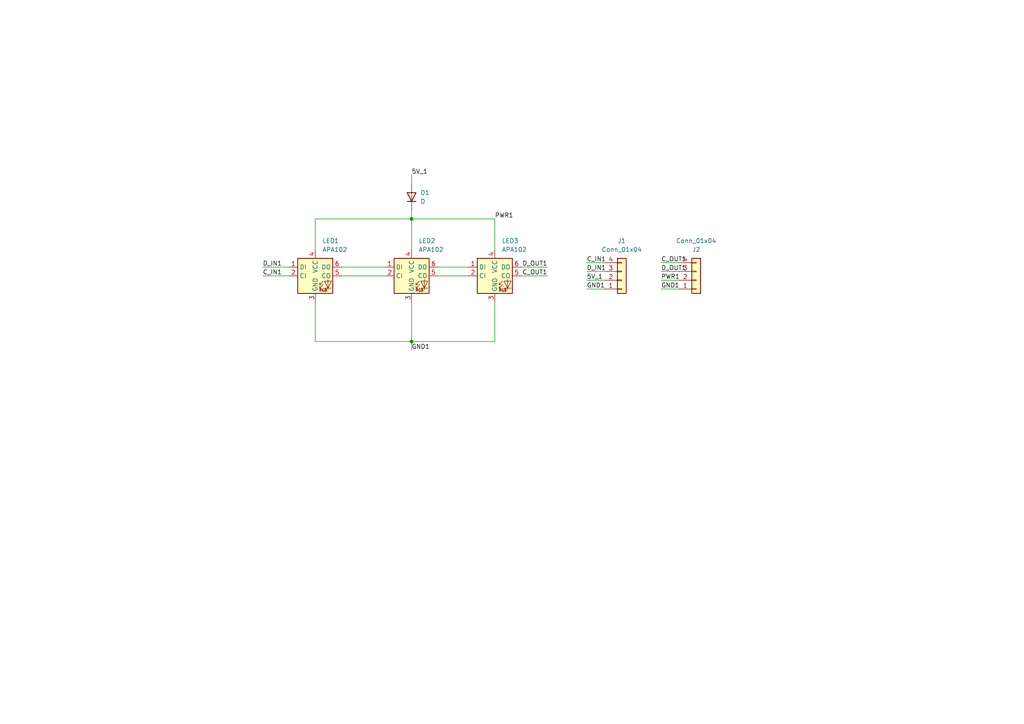
<source format=kicad_sch>
(kicad_sch (version 20211123) (generator eeschema)
  (paper "A4")
  (lib_symbols
    (symbol "Connector_Generic:Conn_01x04" (pin_names (offset 1.016) hide)
      (property "Reference" "J" (at 0 5.08 0))
      (property "Value" "Conn_01x04" (at 0 -7.62 0))
      (symbol "Conn_01x04_1_1"
        (rectangle (start -1.27 -4.953) (end 0 -5.207) (stroke (width 0.1524)))
        (rectangle (start -1.27 -2.413) (end 0 -2.667) (stroke (width 0.1524)))
        (rectangle (start -1.27 0.127) (end 0 -0.127) (stroke (width 0.1524)))
        (rectangle (start -1.27 2.667) (end 0 2.413) (stroke (width 0.1524)))
        (rectangle (start -1.27 3.81) (end 1.27 -6.35) (stroke (width 0.254)) (fill (type background)))
        (pin passive line (at -5.08 2.54 0) (length 3.81) (name "Pin_1") (number "1"))
        (pin passive line (at -5.08 0 0) (length 3.81) (name "Pin_2") (number "2"))
        (pin passive line (at -5.08 -2.54 0) (length 3.81) (name "Pin_3") (number "3"))
        (pin passive line (at -5.08 -5.08 0) (length 3.81) (name "Pin_4") (number "4"))
      )
    )
    (symbol "Device:D" (pin_numbers hide) (pin_names (offset 1.016) hide)
      (property "Reference" "D" (at 0 2.54 0))
      (property "Value" "D" (at 0 -2.54 0))
      (symbol "D_0_1"
        (polyline (pts (xy -1.27 1.27) (xy -1.27 -1.27)) (stroke (width 0.254)))
        (polyline (pts (xy 1.27 0) (xy -1.27 0)))
        (polyline (pts (xy 1.27 1.27) (xy 1.27 -1.27) (xy -1.27 0) (xy 1.27 1.27)) (stroke (width 0.254)))
      )
      (symbol "D_1_1"
        (pin passive line (at -3.81 0 0) (length 2.54) (name "K") (number "1"))
        (pin passive line (at 3.81 0 180) (length 2.54) (name "A") (number "2"))
      )
    )
    (symbol "LED:APA102"
      (property "Reference" "D" (at 5.08 5.715 0))
      (property "Value" "APA102" (at 1.27 -5.715 0))
      (symbol "APA102_0_0"
        (text "RGB" (at 2.286 -4.191 0) (effects (font (size 0.762 0.762))))
      )
      (symbol "APA102_0_1"
        (polyline (pts (xy 1.27 -3.556) (xy 1.778 -3.556)))
        (polyline (pts (xy 1.27 -2.54) (xy 1.778 -2.54)))
        (polyline (pts (xy 4.699 -3.556) (xy 2.667 -3.556)))
        (polyline (pts (xy 2.286 -2.54) (xy 1.27 -3.556) (xy 1.27 -3.048)))
        (polyline (pts (xy 2.286 -1.524) (xy 1.27 -2.54) (xy 1.27 -2.032)))
        (polyline (pts (xy 3.683 -1.016) (xy 3.683 -3.556) (xy 3.683 -4.064)))
        (polyline (pts (xy 4.699 -1.524) (xy 2.667 -1.524) (xy 3.683 -3.556) (xy 4.699 -1.524)))
        (rectangle (start 5.08 5.08) (end -5.08 -5.08) (stroke (width 0.254)) (fill (type background)))
      )
      (symbol "APA102_1_1"
        (pin input line (at -7.62 2.54 0) (length 2.54) (name "DI") (number "1"))
        (pin input line (at -7.62 0 0) (length 2.54) (name "CI") (number "2"))
        (pin power_in line (at 0 -7.62 90) (length 2.54) (name "GND") (number "3"))
        (pin power_in line (at 0 7.62 270) (length 2.54) (name "VCC") (number "4"))
        (pin output line (at 7.62 0 180) (length 2.54) (name "CO") (number "5"))
        (pin output line (at 7.62 2.54 180) (length 2.54) (name "DO") (number "6"))
      )
    )
  )
  (junction (at 119.38 99.06))
  (junction (at 119.38 63.5))
  (wire (pts (xy 143.51 87.63) (xy 143.51 99.06)))
  (wire (pts (xy 170.18 78.74) (xy 175.26 78.74)))
  (wire (pts (xy 99.06 77.47) (xy 111.76 77.47)))
  (wire (pts (xy 175.26 76.2) (xy 170.18 76.2)))
  (wire (pts (xy 175.26 83.82) (xy 170.18 83.82)))
  (wire (pts (xy 91.44 87.63) (xy 91.44 99.06)))
  (wire (pts (xy 191.77 78.74) (xy 196.85 78.74)))
  (wire (pts (xy 119.38 60.96) (xy 119.38 63.5)))
  (wire (pts (xy 127 77.47) (xy 135.89 77.47)))
  (wire (pts (xy 143.51 63.5) (xy 119.38 63.5)))
  (wire (pts (xy 170.18 81.28) (xy 175.26 81.28)))
  (wire (pts (xy 76.2 77.47) (xy 83.82 77.47)))
  (wire (pts (xy 76.2 80.01) (xy 83.82 80.01)))
  (wire (pts (xy 151.13 80.01) (xy 158.75 80.01)))
  (wire (pts (xy 191.77 81.28) (xy 196.85 81.28)))
  (wire (pts (xy 99.06 80.01) (xy 111.76 80.01)))
  (wire (pts (xy 119.38 87.63) (xy 119.38 99.06)))
  (wire (pts (xy 91.44 99.06) (xy 119.38 99.06)))
  (wire (pts (xy 143.51 72.39) (xy 143.51 63.5)))
  (wire (pts (xy 196.85 83.82) (xy 191.77 83.82)))
  (wire (pts (xy 119.38 99.06) (xy 143.51 99.06)))
  (wire (pts (xy 91.44 72.39) (xy 91.44 63.5)))
  (wire (pts (xy 151.13 77.47) (xy 158.75 77.47)))
  (wire (pts (xy 119.38 63.5) (xy 119.38 72.39)))
  (wire (pts (xy 196.85 76.2) (xy 191.77 76.2)))
  (wire (pts (xy 127 80.01) (xy 135.89 80.01)))
  (wire (pts (xy 119.38 99.06) (xy 119.38 101.6)))
  (wire (pts (xy 119.38 50.8) (xy 119.38 53.34)))
  (wire (pts (xy 91.44 63.5) (xy 119.38 63.5)))
  (label "GND1" (at 119.38 101.6 0))
  (label "D_OUT1" (at 158.75 77.47 180))
  (label "C_OUT1" (at 191.77 76.2 0))
  (label "C_IN1" (at 170.18 76.2 0))
  (label "C_OUT1" (at 158.75 80.01 180))
  (label "PWR1" (at 143.51 63.5 0))
  (label "5V_1" (at 170.18 81.28 0))
  (label "PWR1" (at 191.77 81.28 0))
  (label "5V_1" (at 119.38 50.8 0))
  (label "D_IN1" (at 76.2 77.47 0))
  (label "D_OUT1" (at 191.77 78.74 0))
  (label "GND1" (at 191.77 83.82 0))
  (label "GND1" (at 170.18 83.82 0))
  (label "C_IN1" (at 76.2 80.01 0))
  (label "D_IN1" (at 170.18 78.74 0))
  (symbol (lib_id "LED:APA102") (at 119.38 80.01 0) (unit 1)
    (property "Reference" "LED2" (at 121.3994 69.85 0) (effects (justify left)))
    (property "Value" "APA102" (at 121.3994 72.39 0) (effects (justify left)))
    (property "Footprint" "LED_SMD:LED_RGB_5050-6" (effects hide))
    (property "Datasheet" "http://www.led-color.com/upload/201506/APA102%20LED.pdf" (effects hide))
  )
  (symbol (lib_id "LED:APA102") (at 143.51 80.01 0) (unit 1)
    (property "Reference" "LED3" (at 145.5294 69.85 0) (effects (justify left)))
    (property "Value" "APA102" (at 145.5294 72.39 0) (effects (justify left)))
    (property "Footprint" "LED_SMD:LED_RGB_5050-6" (effects hide))
    (property "Datasheet" "http://www.led-color.com/upload/201506/APA102%20LED.pdf" (effects hide))
  )
  (symbol (lib_id "Connector_Generic:Conn_01x04") (at 180.34 81.28 0) (mirror x) (unit 1)
    (property "Reference" "J1" (at 180.34 69.85 0))
    (property "Value" "Conn_01x04" (at 180.34 72.39 0))
    (property "Footprint" "Connector_JST:JST_SH_SM04B-SRSS-TB_1x04-1MP_P1.00mm_Horizontal" (effects hide))
  )
  (symbol (lib_id "Device:D") (at 119.38 57.15 90) (unit 1)
    (property "Reference" "D1" (at 121.92 55.8799 90) (effects (justify right)))
    (property "Value" "D" (at 121.92 58.4199 90) (effects (justify right)))
    (property "Footprint" "Diode_SMD:D_SOD-123" (effects hide))
  )
  (symbol (lib_id "Connector_Generic:Conn_01x04") (at 201.93 81.28 0) (mirror x) (unit 1)
    (property "Reference" "J2" (at 201.93 72.39 0))
    (property "Value" "Conn_01x04" (at 201.93 69.85 0))
    (property "Footprint" "Connector_JST:JST_SH_SM04B-SRSS-TB_1x04-1MP_P1.00mm_Horizontal" (effects hide))
  )
  (symbol (lib_id "LED:APA102") (at 91.44 80.01 0) (unit 1)
    (property "Reference" "LED1" (at 93.4594 69.85 0) (effects (justify left)))
    (property "Value" "APA102" (at 93.4594 72.39 0) (effects (justify left)))
    (property "Footprint" "LED_SMD:LED_RGB_5050-6" (effects hide))
    (property "Datasheet" "http://www.led-color.com/upload/201506/APA102%20LED.pdf" (effects hide))
  )
)
</source>
